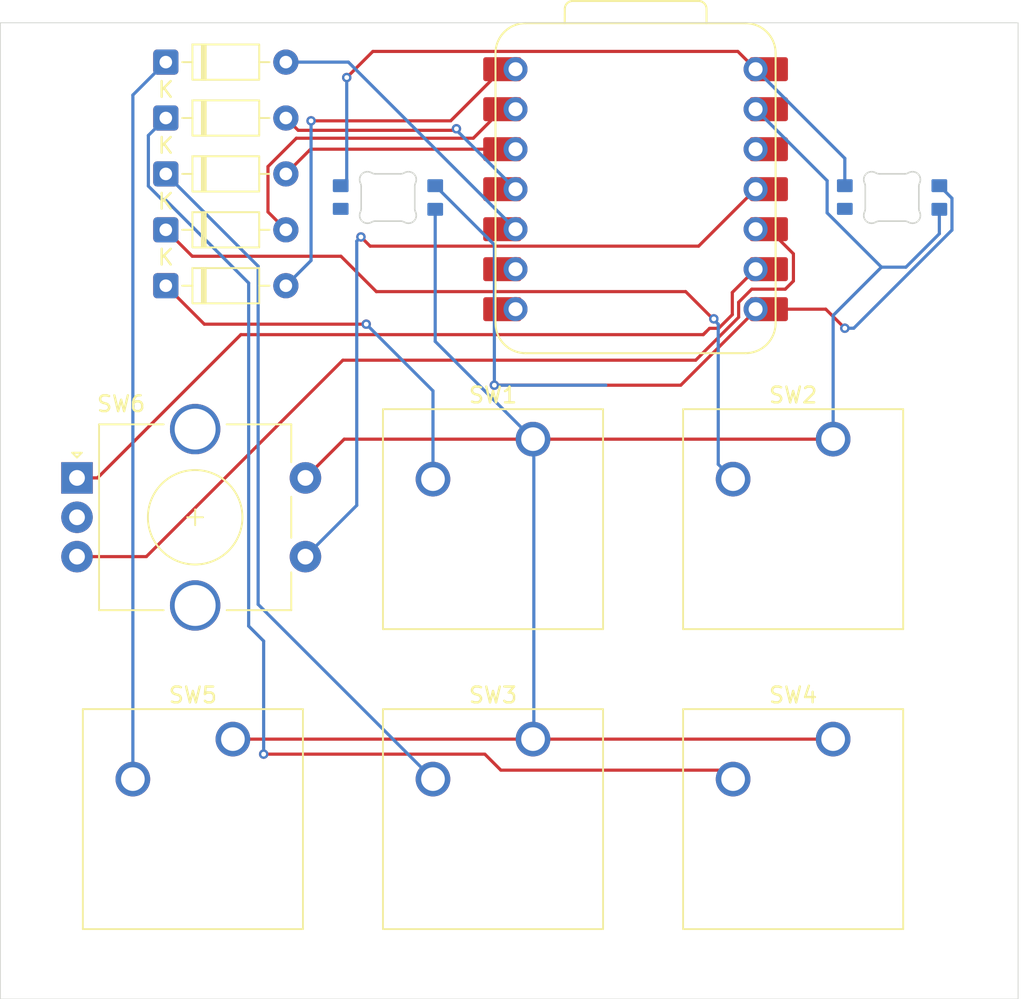
<source format=kicad_pcb>
(kicad_pcb (version 20241229) (generator "pcbnew") (generator_version "9.0")
  (layers (0 "F.Cu" signal) (2 "B.Cu" signal) (13 "F.Paste" user) (15 "B.Paste" user) (5 "F.SilkS" user "F.Silkscreen") (7 "B.SilkS" user "B.Silkscreen") (1 "F.Mask" user) (3 "B.Mask" user) (25 "Edge.Cuts" user))
  (net 0 "")
  (net 1 "unconnected-(U1-GPIO0{slash}TX-Pad7)")
  (net 2 "Net-(D3-K)")
  (net 3 "Net-(D3-A)")
  (net 4 "unconnected-(U1-3V3-Pad12)")
  (net 5 "Net-(D4-K)")
  (net 6 "unconnected-(U1-GPIO7{slash}SCL-Pad6)")
  (net 7 "Net-(D4-A)")
  (net 8 "GND")
  (net 9 "+5V")
  (net 10 "Net-(D1-DIN)")
  (net 11 "Net-(D5-K)")
  (net 12 "Net-(D5-A)")
  (net 13 "Net-(D6-K)")
  (net 14 "Net-(D6-A)")
  (net 15 "Net-(D7-A)")
  (net 16 "Net-(D7-K)")
  (net 17 "Net-(U1-GPIO4{slash}MISO)")
  (net 18 "Net-(U1-GPIO3{slash}MOSI)")
  (net 20 "Net-(U1-GPIO2{slash}SCK)")
  (net 21 "Net-(D1-DOUT)")
  (footprint "Diode_THT:D_DO-35_SOD27_P7.62mm_Horizontal" (layer "F.Cu") (at 72.1 63.8)
    (property "Reference" "D5" (hide yes))
    (property "Value" "1N4148")
    (fp_line (start 1.04 0) (end 1.69 0) (stroke (width 0.12)) (layer "F.SilkS"))
    (fp_line (start 2.29 -1.12) (end 2.29 1.12) (stroke (width 0.12)) (layer "F.SilkS"))
    (fp_line (start 2.41 -1.12) (end 2.41 1.12) (stroke (width 0.12)) (layer "F.SilkS"))
    (fp_line (start 2.53 -1.12) (end 2.53 1.12) (stroke (width 0.12)) (layer "F.SilkS"))
    (fp_line (start 6.58 0) (end 5.93 0) (stroke (width 0.12)) (layer "F.SilkS"))
    (fp_rect (start 1.69 -1.12) (end 5.93 1.12) (stroke (width 0.12)) (fill no) (layer "F.SilkS"))
    (fp_text user "K" (at 0 -1.8 0) (layer "F.SilkS"))
    (pad "1" thru_hole roundrect (at 0 0) (size 1.6 1.6) (drill 0.8) (layers "*.Cu" "*.Mask") (roundrect_rratio 0.15625) (net 11 "Net-(D5-K)"))
    (pad "2" thru_hole circle (at 7.62 0) (size 1.6 1.6) (drill 0.8) (layers "*.Cu" "*.Mask") (net 12 "Net-(D5-A)"))
  )
  (footprint "MountingHole:MountingHole_2.7mm_M2.5" (layer "F.Cu") (at 123.4 57.4)
    (property "Reference" "H2" (hide yes))
    (property "Value" "MountingHole_2.7mm_M2.5" (hide yes))
    (pad "" np_thru_hole circle (at 0 0) (size 2.7 2.7) (drill 2.7) (layers "*.Cu" "*.Mask"))
  )
  (footprint "Rotary_Encoder:RotaryEncoder_Alps_EC11E-Switch_Vertical_H20mm_CircularMountingHoles" (layer "F.Cu") (at 66.4625 83.1062)
    (property "Reference" "SW6" (at 2.8 -4.7 0) (layer "F.SilkS"))
    (property "Value" "EC11")
    (fp_line (start -0.3 -1.6) (end 0.3 -1.6) (stroke (width 0.12)) (layer "F.SilkS"))
    (fp_line (start 0 -1.3) (end -0.3 -1.6) (stroke (width 0.12)) (layer "F.SilkS"))
    (fp_line (start 0.3 -1.6) (end 0 -1.3) (stroke (width 0.12)) (layer "F.SilkS"))
    (fp_line (start 1.4 -3.4) (end 1.4 8.4) (stroke (width 0.12)) (layer "F.SilkS"))
    (fp_line (start 5.5 -3.4) (end 1.4 -3.4) (stroke (width 0.12)) (layer "F.SilkS"))
    (fp_line (start 5.5 8.4) (end 1.4 8.4) (stroke (width 0.12)) (layer "F.SilkS"))
    (fp_line (start 7 2.5) (end 8 2.5) (stroke (width 0.12)) (layer "F.SilkS"))
    (fp_line (start 7.5 2) (end 7.5 3) (stroke (width 0.12)) (layer "F.SilkS"))
    (fp_line (start 9.5 -3.4) (end 13.6 -3.4) (stroke (width 0.12)) (layer "F.SilkS"))
    (fp_line (start 13.6 -3.4) (end 13.6 -1) (stroke (width 0.12)) (layer "F.SilkS"))
    (fp_line (start 13.6 1.2) (end 13.6 3.8) (stroke (width 0.12)) (layer "F.SilkS"))
    (fp_line (start 13.6 6) (end 13.6 8.4) (stroke (width 0.12)) (layer "F.SilkS"))
    (fp_line (start 13.6 8.4) (end 9.5 8.4) (stroke (width 0.12)) (layer "F.SilkS"))
    (fp_circle (center 7.5 2.5) (end 10.5 2.5) (stroke (width 0.12)) (fill no) (layer "F.SilkS"))
    (pad "A" thru_hole rect (at 0 0) (size 2 2) (drill 1) (layers "*.Cu" "*.Mask") (net 20 "Net-(U1-GPIO2{slash}SCK)"))
    (pad "B" thru_hole circle (at 0 5) (size 2 2) (drill 1) (layers "*.Cu" "*.Mask") (net 17 "Net-(U1-GPIO4{slash}MISO)"))
    (pad "C" thru_hole circle (at 0 2.5) (size 2 2) (drill 1) (layers "*.Cu" "*.Mask"))
    (pad "MP" thru_hole circle (at 7.5 -3.1) (size 3.2 3.2) (drill 2.6) (layers "*.Cu" "*.Mask"))
    (pad "MP" thru_hole circle (at 7.5 8.1) (size 3.2 3.2) (drill 2.6) (layers "*.Cu" "*.Mask"))
    (pad "S1" thru_hole circle (at 14.5 5) (size 2 2) (drill 1) (layers "*.Cu" "*.Mask") (net 18 "Net-(U1-GPIO3{slash}MOSI)"))
    (pad "S2" thru_hole circle (at 14.5 0) (size 2 2) (drill 1) (layers "*.Cu" "*.Mask") (net 8 "GND"))
  )
  (footprint "Button_Switch_Keyboard:SW_Cherry_MX_1.00u_PCB" (layer "F.Cu") (at 114.4588 99.695)
    (property "Reference" "SW4" (at -2.54 -2.794 0) (layer "F.SilkS"))
    (property "Value" "SW_Push")
    (fp_line (start -9.525 -1.905) (end 4.445 -1.905) (stroke (width 0.12)) (layer "F.SilkS"))
    (fp_line (start -9.525 12.065) (end -9.525 -1.905) (stroke (width 0.12)) (layer "F.SilkS"))
    (fp_line (start 4.445 -1.905) (end 4.445 12.065) (stroke (width 0.12)) (layer "F.SilkS"))
    (fp_line (start 4.445 12.065) (end -9.525 12.065) (stroke (width 0.12)) (layer "F.SilkS"))
    (pad "" np_thru_hole circle (at -7.62 5.08) (size 1.7 1.7) (drill 1.7) (layers "*.Cu" "*.Mask"))
    (pad "" np_thru_hole circle (at -2.54 5.08) (size 4 4) (drill 4) (layers "*.Cu" "*.Mask"))
    (pad "" np_thru_hole circle (at 2.54 5.08) (size 1.7 1.7) (drill 1.7) (layers "*.Cu" "*.Mask"))
    (pad "1" thru_hole circle (at 0 0) (size 2.2 2.2) (drill 1.5) (layers "*.Cu" "*.Mask") (net 8 "GND"))
    (pad "2" thru_hole circle (at -6.35 2.54) (size 2.2 2.2) (drill 1.5) (layers "*.Cu" "*.Mask") (net 5 "Net-(D4-K)"))
  )
  (footprint "LED_SMD:SK6812MINI-E_fixed" (layer "F.Cu") (at 118.2 65.4)
    (property "Reference" "D2" (hide yes))
    (property "Value" "SK6812MINI-E" (hide yes))
    (fp_line (start -1.699998 0.6) (end -1.699998 -0.805684) (stroke (width 0.1)) (layer "Edge.Cuts"))
    (fp_line (start -0.794451 -1.602841) (end 0.794454 -1.602841) (stroke (width 0.1)) (layer "Edge.Cuts"))
    (fp_line (start 0.794453 1.397158) (end -0.794451 1.397158) (stroke (width 0.1)) (layer "Edge.Cuts"))
    (fp_line (start 1.7 -0.805684) (end 1.7 0.6) (stroke (width 0.1)) (layer "Edge.Cuts"))
    (fp_arc (start -1.749483 -1.022562) (mid -1.712526 -0.91691) (end -1.699998 -0.805684) (stroke (width 0.1)) (layer "Edge.Cuts"))
    (fp_arc (start -1.749483 -1.022562) (mid -1.63807 -1.606877) (end -1.04671 -1.671141) (stroke (width 0.1)) (layer "Edge.Cuts"))
    (fp_arc (start -1.699998 0.600001) (mid -1.712526 0.711226) (end -1.749483 0.816878) (stroke (width 0.1)) (layer "Edge.Cuts"))
    (fp_arc (start -1.04671 1.465455) (mid -1.638069 1.401192) (end -1.749483 0.816878) (stroke (width 0.1)) (layer "Edge.Cuts"))
    (fp_arc (start -1.046709 1.465457) (mid -0.925121 1.414535) (end -0.794451 1.397158) (stroke (width 0.1)) (layer "Edge.Cuts"))
    (fp_arc (start -0.794452 -1.602842) (mid -0.925122 -1.620219) (end -1.04671 -1.671141) (stroke (width 0.1)) (layer "Edge.Cuts"))
    (fp_arc (start 0.794453 1.397158) (mid 0.925124 1.414535) (end 1.046712 1.465457) (stroke (width 0.1)) (layer "Edge.Cuts"))
    (fp_arc (start 1.046712 -1.67114) (mid 0.925124 -1.620218) (end 0.794454 -1.602841) (stroke (width 0.1)) (layer "Edge.Cuts"))
    (fp_arc (start 1.046712 -1.67114) (mid 1.638072 -1.606876) (end 1.749485 -1.022562) (stroke (width 0.1)) (layer "Edge.Cuts"))
    (fp_arc (start 1.7 -0.805685) (mid 1.712528 -0.91691) (end 1.749485 -1.022562) (stroke (width 0.1)) (layer "Edge.Cuts"))
    (fp_arc (start 1.749485 0.816877) (mid 1.638073 1.401193) (end 1.046712 1.465457) (stroke (width 0.1)) (layer "Edge.Cuts"))
    (fp_arc (start 1.749485 0.816878) (mid 1.712528 0.711226) (end 1.7 0.6) (stroke (width 0.1)) (layer "Edge.Cuts"))
    (pad "1" smd roundrect (at -3 -0.852842 270) (size 0.82 1) (layers "B.Cu" "B.Mask" "B.Paste") (roundrect_rratio 0.1) (net 9 "+5V"))
    (pad "2" smd roundrect (at -3 0.618579 270) (size 0.762842 1) (layers "B.Cu" "B.Mask" "B.Paste") (roundrect_rratio 0.1) (net 21 "Net-(D1-DOUT)"))
    (pad "3" smd roundrect (at 3 0.647158 270) (size 0.82 1) (layers "B.Cu" "B.Mask" "B.Paste") (roundrect_rratio 0.1) (net 8 "GND"))
    (pad "4" smd roundrect (at 3 -0.852842 270) (size 0.82 1) (layers "B.Cu" "B.Mask" "B.Paste") (roundrect_rratio 0.1) (net 10 "Net-(D1-DIN)"))
  )
  (footprint "Button_Switch_Keyboard:SW_Cherry_MX_1.00u_PCB" (layer "F.Cu") (at 76.3588 99.695)
    (property "Reference" "SW5" (at -2.54 -2.794 0) (layer "F.SilkS"))
    (property "Value" "SW_Push")
    (fp_line (start -9.525 -1.905) (end 4.445 -1.905) (stroke (width 0.12)) (layer "F.SilkS"))
    (fp_line (start -9.525 12.065) (end -9.525 -1.905) (stroke (width 0.12)) (layer "F.SilkS"))
    (fp_line (start 4.445 -1.905) (end 4.445 12.065) (stroke (width 0.12)) (layer "F.SilkS"))
    (fp_line (start 4.445 12.065) (end -9.525 12.065) (stroke (width 0.12)) (layer "F.SilkS"))
    (pad "" np_thru_hole circle (at -7.62 5.08) (size 1.7 1.7) (drill 1.7) (layers "*.Cu" "*.Mask"))
    (pad "" np_thru_hole circle (at -2.54 5.08) (size 4 4) (drill 4) (layers "*.Cu" "*.Mask"))
    (pad "" np_thru_hole circle (at 2.54 5.08) (size 1.7 1.7) (drill 1.7) (layers "*.Cu" "*.Mask"))
    (pad "1" thru_hole circle (at 0 0) (size 2.2 2.2) (drill 1.5) (layers "*.Cu" "*.Mask") (net 8 "GND"))
    (pad "2" thru_hole circle (at -6.35 2.54) (size 2.2 2.2) (drill 1.5) (layers "*.Cu" "*.Mask") (net 2 "Net-(D3-K)"))
  )
  (footprint "LED_SMD:SK6812MINI-E_fixed" (layer "F.Cu") (at 86.2 65.4)
    (property "Reference" "D1" (hide yes))
    (property "Value" "SK6812MINI-E" (hide yes))
    (fp_line (start -1.699998 0.6) (end -1.699998 -0.805684) (stroke (width 0.1)) (layer "Edge.Cuts"))
    (fp_line (start -0.794451 -1.602841) (end 0.794454 -1.602841) (stroke (width 0.1)) (layer "Edge.Cuts"))
    (fp_line (start 0.794453 1.397158) (end -0.794451 1.397158) (stroke (width 0.1)) (layer "Edge.Cuts"))
    (fp_line (start 1.7 -0.805684) (end 1.7 0.6) (stroke (width 0.1)) (layer "Edge.Cuts"))
    (fp_arc (start -1.749483 -1.022562) (mid -1.712526 -0.91691) (end -1.699998 -0.805684) (stroke (width 0.1)) (layer "Edge.Cuts"))
    (fp_arc (start -1.749483 -1.022562) (mid -1.63807 -1.606877) (end -1.04671 -1.671141) (stroke (width 0.1)) (layer "Edge.Cuts"))
    (fp_arc (start -1.699998 0.600001) (mid -1.712526 0.711226) (end -1.749483 0.816878) (stroke (width 0.1)) (layer "Edge.Cuts"))
    (fp_arc (start -1.04671 1.465455) (mid -1.638069 1.401192) (end -1.749483 0.816878) (stroke (width 0.1)) (layer "Edge.Cuts"))
    (fp_arc (start -1.046709 1.465457) (mid -0.925121 1.414535) (end -0.794451 1.397158) (stroke (width 0.1)) (layer "Edge.Cuts"))
    (fp_arc (start -0.794452 -1.602842) (mid -0.925122 -1.620219) (end -1.04671 -1.671141) (stroke (width 0.1)) (layer "Edge.Cuts"))
    (fp_arc (start 0.794453 1.397158) (mid 0.925124 1.414535) (end 1.046712 1.465457) (stroke (width 0.1)) (layer "Edge.Cuts"))
    (fp_arc (start 1.046712 -1.67114) (mid 0.925124 -1.620218) (end 0.794454 -1.602841) (stroke (width 0.1)) (layer "Edge.Cuts"))
    (fp_arc (start 1.046712 -1.67114) (mid 1.638072 -1.606876) (end 1.749485 -1.022562) (stroke (width 0.1)) (layer "Edge.Cuts"))
    (fp_arc (start 1.7 -0.805685) (mid 1.712528 -0.91691) (end 1.749485 -1.022562) (stroke (width 0.1)) (layer "Edge.Cuts"))
    (fp_arc (start 1.749485 0.816877) (mid 1.638073 1.401193) (end 1.046712 1.465457) (stroke (width 0.1)) (layer "Edge.Cuts"))
    (fp_arc (start 1.749485 0.816878) (mid 1.712528 0.711226) (end 1.7 0.6) (stroke (width 0.1)) (layer "Edge.Cuts"))
    (pad "1" smd roundrect (at -3 -0.852842 270) (size 0.82 1) (layers "B.Cu" "B.Mask" "B.Paste") (roundrect_rratio 0.1) (net 9 "+5V"))
    (pad "2" smd roundrect (at -3 0.618579 270) (size 0.762842 1) (layers "B.Cu" "B.Mask" "B.Paste") (roundrect_rratio 0.1))
    (pad "3" smd roundrect (at 3 0.647158 270) (size 0.82 1) (layers "B.Cu" "B.Mask" "B.Paste") (roundrect_rratio 0.1) (net 8 "GND"))
    (pad "4" smd roundrect (at 3 -0.852842 270) (size 0.82 1) (layers "B.Cu" "B.Mask" "B.Paste") (roundrect_rratio 0.1) (net 10 "Net-(D1-DIN)"))
  )
  (footprint "Test:XIAO-RP2040-DIP" (layer "F.Cu") (at 101.9175 64.77)
    (property "Reference" "U1" (hide yes))
    (property "Value" "XIAO-RP2040-DIP" (hide yes))
    (fp_line (start -8.89 8.509) (end -8.89 -8.636) (stroke (width 0.127)) (layer "F.SilkS"))
    (fp_line (start -6.985 10.414) (end 6.985 10.414) (stroke (width 0.127)) (layer "F.SilkS"))
    (fp_line (start -4.495 -10.541) (end -4.491272 -11.451272) (stroke (width 0.127)) (layer "F.SilkS"))
    (fp_line (start -3.991272 -11.951) (end 4.004 -11.951) (stroke (width 0.127)) (layer "F.SilkS"))
    (fp_line (start 4.504 -11.451) (end 4.504 -10.541) (stroke (width 0.127)) (layer "F.SilkS"))
    (fp_line (start 6.985 -10.541) (end -6.985 -10.541) (stroke (width 0.1)) (layer "F.SilkS"))
    (fp_line (start 6.985 -10.541) (end -6.985 -10.541) (stroke (width 0.127)) (layer "F.SilkS"))
    (fp_line (start 8.89 8.509) (end 8.89 -8.636) (stroke (width 0.127)) (layer "F.SilkS"))
    (fp_arc (start -8.89 -8.636) (mid -8.332038 -9.983038) (end -6.985 -10.541) (stroke (width 0.127)) (layer "F.SilkS"))
    (fp_arc (start -6.985 10.414) (mid -8.332038 9.856038) (end -8.89 8.509) (stroke (width 0.127)) (layer "F.SilkS"))
    (fp_arc (start -4.491272 -11.451272) (mid -4.344728 -11.80464) (end -3.991272 -11.951) (stroke (width 0.127)) (layer "F.SilkS"))
    (fp_arc (start 4.004 -11.951) (mid 4.357553 -11.804553) (end 4.504 -11.451) (stroke (width 0.127)) (layer "F.SilkS"))
    (fp_arc (start 6.985 -10.541) (mid 8.332038 -9.983038) (end 8.89 -8.636) (stroke (width 0.127)) (layer "F.SilkS"))
    (fp_arc (start 8.89 8.509) (mid 8.332038 9.856038) (end 6.985 10.414) (stroke (width 0.127)) (layer "F.SilkS"))
    (pad "1" smd roundrect (at -8.455 -7.62 180) (size 2.432 1.524) (layers "F.Cu" "F.Mask") (roundrect_rratio 0.1) (net 15 "Net-(D7-A)"))
    (pad "1" thru_hole circle (at -7.62 -7.62 180) (size 1.524 1.524) (drill 0.889) (layers "*.Cu" "*.Mask") (net 15 "Net-(D7-A)"))
    (pad "2" smd roundrect (at -8.455 -5.08 180) (size 2.432 1.524) (layers "F.Cu" "F.Mask") (roundrect_rratio 0.1) (net 14 "Net-(D6-A)"))
    (pad "2" thru_hole circle (at -7.62 -5.08 180) (size 1.524 1.524) (drill 0.889) (layers "*.Cu" "*.Mask") (net 14 "Net-(D6-A)"))
    (pad "3" smd roundrect (at -8.455 -2.54 180) (size 2.432 1.524) (layers "F.Cu" "F.Mask") (roundrect_rratio 0.1) (net 12 "Net-(D5-A)"))
    (pad "3" thru_hole circle (at -7.62 -2.54 180) (size 1.524 1.524) (drill 0.889) (layers "*.Cu" "*.Mask") (net 12 "Net-(D5-A)"))
    (pad "4" smd roundrect (at -8.455 0 180) (size 2.432 1.524) (layers "F.Cu" "F.Mask") (roundrect_rratio 0.1) (net 7 "Net-(D4-A)"))
    (pad "4" thru_hole circle (at -7.62 0 180) (size 1.524 1.524) (drill 0.889) (layers "*.Cu" "*.Mask") (net 7 "Net-(D4-A)"))
    (pad "5" smd roundrect (at -8.455 2.54 180) (size 2.432 1.524) (layers "F.Cu" "F.Mask") (roundrect_rratio 0.1) (net 3 "Net-(D3-A)"))
    (pad "5" thru_hole circle (at -7.62 2.54 180) (size 1.524 1.524) (drill 0.889) (layers "*.Cu" "*.Mask") (net 3 "Net-(D3-A)"))
    (pad "6" smd roundrect (at -8.455 5.08 180) (size 2.432 1.524) (layers "F.Cu" "F.Mask") (roundrect_rratio 0.1) (net 6 "unconnected-(U1-GPIO7{slash}SCL-Pad6)"))
    (pad "6" thru_hole circle (at -7.62 5.08 180) (size 1.524 1.524) (drill 0.889) (layers "*.Cu" "*.Mask") (net 6 "unconnected-(U1-GPIO7{slash}SCL-Pad6)"))
    (pad "7" smd roundrect (at -8.455 7.62 180) (size 2.432 1.524) (layers "F.Cu" "F.Mask") (roundrect_rratio 0.1) (net 1 "unconnected-(U1-GPIO0{slash}TX-Pad7)"))
    (pad "7" thru_hole circle (at -7.62 7.62 180) (size 1.524 1.524) (drill 0.889) (layers "*.Cu" "*.Mask") (net 1 "unconnected-(U1-GPIO0{slash}TX-Pad7)"))
    (pad "8" thru_hole circle (at 7.62 7.62) (size 1.524 1.524) (drill 0.889) (layers "*.Cu" "*.Mask") (net 10 "Net-(D1-DIN)"))
    (pad "8" smd roundrect (at 8.455 7.62) (size 2.432 1.524) (layers "F.Cu" "F.Mask") (roundrect_rratio 0.1) (net 10 "Net-(D1-DIN)"))
    (pad "9" thru_hole circle (at 7.62 5.08) (size 1.524 1.524) (drill 0.889) (layers "*.Cu" "*.Mask") (net 20 "Net-(U1-GPIO2{slash}SCK)"))
    (pad "9" smd roundrect (at 8.455 5.08) (size 2.432 1.524) (layers "F.Cu" "F.Mask") (roundrect_rratio 0.1) (net 20 "Net-(U1-GPIO2{slash}SCK)"))
    (pad "10" thru_hole circle (at 7.62 2.54) (size 1.524 1.524) (drill 0.889) (layers "*.Cu" "*.Mask") (net 17 "Net-(U1-GPIO4{slash}MISO)"))
    (pad "10" smd roundrect (at 8.455 2.54) (size 2.432 1.524) (layers "F.Cu" "F.Mask") (roundrect_rratio 0.1) (net 17 "Net-(U1-GPIO4{slash}MISO)"))
    (pad "11" thru_hole circle (at 7.62 0) (size 1.524 1.524) (drill 0.889) (layers "*.Cu" "*.Mask") (net 18 "Net-(U1-GPIO3{slash}MOSI)"))
    (pad "11" smd roundrect (at 8.455 0) (size 2.432 1.524) (layers "F.Cu" "F.Mask") (roundrect_rratio 0.1) (net 18 "Net-(U1-GPIO3{slash}MOSI)"))
    (pad "12" thru_hole circle (at 7.62 -2.54) (size 1.524 1.524) (drill 0.889) (layers "*.Cu" "*.Mask") (net 4 "unconnected-(U1-3V3-Pad12)"))
    (pad "12" smd roundrect (at 8.455 -2.54) (size 2.432 1.524) (layers "F.Cu" "F.Mask") (roundrect_rratio 0.1) (net 4 "unconnected-(U1-3V3-Pad12)"))
    (pad "13" thru_hole circle (at 7.62 -5.08) (size 1.524 1.524) (drill 0.889) (layers "*.Cu" "*.Mask") (net 8 "GND"))
    (pad "13" smd roundrect (at 8.455 -5.08) (size 2.432 1.524) (layers "F.Cu" "F.Mask") (roundrect_rratio 0.1) (net 8 "GND"))
    (pad "14" thru_hole circle (at 7.62 -7.62) (size 1.524 1.524) (drill 0.889) (layers "*.Cu" "*.Mask") (net 9 "+5V"))
    (pad "14" smd roundrect (at 8.455 -7.62) (size 2.432 1.524) (layers "F.Cu" "F.Mask") (roundrect_rratio 0.1) (net 9 "+5V"))
  )
  (footprint "Button_Switch_Keyboard:SW_Cherry_MX_1.00u_PCB" (layer "F.Cu") (at 95.4088 80.645)
    (property "Reference" "SW1" (at -2.54 -2.794 0) (layer "F.SilkS"))
    (property "Value" "SW_Push")
    (fp_line (start -9.525 -1.905) (end 4.445 -1.905) (stroke (width 0.12)) (layer "F.SilkS"))
    (fp_line (start -9.525 12.065) (end -9.525 -1.905) (stroke (width 0.12)) (layer "F.SilkS"))
    (fp_line (start 4.445 -1.905) (end 4.445 12.065) (stroke (width 0.12)) (layer "F.SilkS"))
    (fp_line (start 4.445 12.065) (end -9.525 12.065) (stroke (width 0.12)) (layer "F.SilkS"))
    (pad "" np_thru_hole circle (at -7.62 5.08) (size 1.7 1.7) (drill 1.7) (layers "*.Cu" "*.Mask"))
    (pad "" np_thru_hole circle (at -2.54 5.08) (size 4 4) (drill 4) (layers "*.Cu" "*.Mask"))
    (pad "" np_thru_hole circle (at 2.54 5.08) (size 1.7 1.7) (drill 1.7) (layers "*.Cu" "*.Mask"))
    (pad "1" thru_hole circle (at 0 0) (size 2.2 2.2) (drill 1.5) (layers "*.Cu" "*.Mask") (net 8 "GND"))
    (pad "2" thru_hole circle (at -6.35 2.54) (size 2.2 2.2) (drill 1.5) (layers "*.Cu" "*.Mask") (net 16 "Net-(D7-K)"))
  )
  (footprint "Diode_THT:D_DO-35_SOD27_P7.62mm_Horizontal" (layer "F.Cu") (at 72.1 67.35)
    (property "Reference" "D6" (hide yes))
    (property "Value" "1N4148")
    (fp_line (start 1.04 0) (end 1.69 0) (stroke (width 0.12)) (layer "F.SilkS"))
    (fp_line (start 2.29 -1.12) (end 2.29 1.12) (stroke (width 0.12)) (layer "F.SilkS"))
    (fp_line (start 2.41 -1.12) (end 2.41 1.12) (stroke (width 0.12)) (layer "F.SilkS"))
    (fp_line (start 2.53 -1.12) (end 2.53 1.12) (stroke (width 0.12)) (layer "F.SilkS"))
    (fp_line (start 6.58 0) (end 5.93 0) (stroke (width 0.12)) (layer "F.SilkS"))
    (fp_rect (start 1.69 -1.12) (end 5.93 1.12) (stroke (width 0.12)) (fill no) (layer "F.SilkS"))
    (fp_text user "K" (at 0 -1.8 0) (layer "F.SilkS"))
    (pad "1" thru_hole roundrect (at 0 0) (size 1.6 1.6) (drill 0.8) (layers "*.Cu" "*.Mask") (roundrect_rratio 0.15625) (net 13 "Net-(D6-K)"))
    (pad "2" thru_hole circle (at 7.62 0) (size 1.6 1.6) (drill 0.8) (layers "*.Cu" "*.Mask") (net 14 "Net-(D6-A)"))
  )
  (footprint "Diode_THT:D_DO-35_SOD27_P7.62mm_Horizontal" (layer "F.Cu") (at 72.1 60.25)
    (property "Reference" "D4" (hide yes))
    (property "Value" "1N4148")
    (fp_line (start 1.04 0) (end 1.69 0) (stroke (width 0.12)) (layer "F.SilkS"))
    (fp_line (start 2.29 -1.12) (end 2.29 1.12) (stroke (width 0.12)) (layer "F.SilkS"))
    (fp_line (start 2.41 -1.12) (end 2.41 1.12) (stroke (width 0.12)) (layer "F.SilkS"))
    (fp_line (start 2.53 -1.12) (end 2.53 1.12) (stroke (width 0.12)) (layer "F.SilkS"))
    (fp_line (start 6.58 0) (end 5.93 0) (stroke (width 0.12)) (layer "F.SilkS"))
    (fp_rect (start 1.69 -1.12) (end 5.93 1.12) (stroke (width 0.12)) (fill no) (layer "F.SilkS"))
    (fp_text user "K" (at 0 -1.8 0) (layer "F.SilkS"))
    (pad "1" thru_hole roundrect (at 0 0) (size 1.6 1.6) (drill 0.8) (layers "*.Cu" "*.Mask") (roundrect_rratio 0.15625) (net 5 "Net-(D4-K)"))
    (pad "2" thru_hole circle (at 7.62 0) (size 1.6 1.6) (drill 0.8) (layers "*.Cu" "*.Mask") (net 7 "Net-(D4-A)"))
  )
  (footprint "Button_Switch_Keyboard:SW_Cherry_MX_1.00u_PCB" (layer "F.Cu") (at 95.4088 99.695)
    (property "Reference" "SW3" (at -2.54 -2.794 0) (layer "F.SilkS"))
    (property "Value" "SW_Push")
    (fp_line (start -9.525 -1.905) (end 4.445 -1.905) (stroke (width 0.12)) (layer "F.SilkS"))
    (fp_line (start -9.525 12.065) (end -9.525 -1.905) (stroke (width 0.12)) (layer "F.SilkS"))
    (fp_line (start 4.445 -1.905) (end 4.445 12.065) (stroke (width 0.12)) (layer "F.SilkS"))
    (fp_line (start 4.445 12.065) (end -9.525 12.065) (stroke (width 0.12)) (layer "F.SilkS"))
    (pad "" np_thru_hole circle (at -7.62 5.08) (size 1.7 1.7) (drill 1.7) (layers "*.Cu" "*.Mask"))
    (pad "" np_thru_hole circle (at -2.54 5.08) (size 4 4) (drill 4) (layers "*.Cu" "*.Mask"))
    (pad "" np_thru_hole circle (at 2.54 5.08) (size 1.7 1.7) (drill 1.7) (layers "*.Cu" "*.Mask"))
    (pad "1" thru_hole circle (at 0 0) (size 2.2 2.2) (drill 1.5) (layers "*.Cu" "*.Mask") (net 8 "GND"))
    (pad "2" thru_hole circle (at -6.35 2.54) (size 2.2 2.2) (drill 1.5) (layers "*.Cu" "*.Mask") (net 11 "Net-(D5-K)"))
  )
  (footprint "Diode_THT:D_DO-35_SOD27_P7.62mm_Horizontal" (layer "F.Cu") (at 72.1 70.9)
    (property "Reference" "D7" (hide yes))
    (property "Value" "1N4148")
    (fp_line (start 1.04 0) (end 1.69 0) (stroke (width 0.12)) (layer "F.SilkS"))
    (fp_line (start 2.29 -1.12) (end 2.29 1.12) (stroke (width 0.12)) (layer "F.SilkS"))
    (fp_line (start 2.41 -1.12) (end 2.41 1.12) (stroke (width 0.12)) (layer "F.SilkS"))
    (fp_line (start 2.53 -1.12) (end 2.53 1.12) (stroke (width 0.12)) (layer "F.SilkS"))
    (fp_line (start 6.58 0) (end 5.93 0) (stroke (width 0.12)) (layer "F.SilkS"))
    (fp_rect (start 1.69 -1.12) (end 5.93 1.12) (stroke (width 0.12)) (fill no) (layer "F.SilkS"))
    (fp_text user "K" (at 0 -1.8 0) (layer "F.SilkS"))
    (pad "1" thru_hole roundrect (at 0 0) (size 1.6 1.6) (drill 0.8) (layers "*.Cu" "*.Mask") (roundrect_rratio 0.15625) (net 16 "Net-(D7-K)"))
    (pad "2" thru_hole circle (at 7.62 0) (size 1.6 1.6) (drill 0.8) (layers "*.Cu" "*.Mask") (net 15 "Net-(D7-A)"))
  )
  (footprint "Button_Switch_Keyboard:SW_Cherry_MX_1.00u_PCB" (layer "F.Cu") (at 114.4588 80.645)
    (property "Reference" "SW2" (at -2.54 -2.794 0) (layer "F.SilkS"))
    (property "Value" "SW_Push")
    (fp_line (start -9.525 -1.905) (end 4.445 -1.905) (stroke (width 0.12)) (layer "F.SilkS"))
    (fp_line (start -9.525 12.065) (end -9.525 -1.905) (stroke (width 0.12)) (layer "F.SilkS"))
    (fp_line (start 4.445 -1.905) (end 4.445 12.065) (stroke (width 0.12)) (layer "F.SilkS"))
    (fp_line (start 4.445 12.065) (end -9.525 12.065) (stroke (width 0.12)) (layer "F.SilkS"))
    (pad "" np_thru_hole circle (at -7.62 5.08) (size 1.7 1.7) (drill 1.7) (layers "*.Cu" "*.Mask"))
    (pad "" np_thru_hole circle (at -2.54 5.08) (size 4 4) (drill 4) (layers "*.Cu" "*.Mask"))
    (pad "" np_thru_hole circle (at 2.54 5.08) (size 1.7 1.7) (drill 1.7) (layers "*.Cu" "*.Mask"))
    (pad "1" thru_hole circle (at 0 0) (size 2.2 2.2) (drill 1.5) (layers "*.Cu" "*.Mask") (net 8 "GND"))
    (pad "2" thru_hole circle (at -6.35 2.54) (size 2.2 2.2) (drill 1.5) (layers "*.Cu" "*.Mask") (net 13 "Net-(D6-K)"))
  )
  (footprint "MountingHole:MountingHole_2.7mm_M2.5" (layer "F.Cu") (at 64.4 57.6)
    (property "Reference" "H1" (hide yes))
    (property "Value" "MountingHole_2.7mm_M2.5" (hide yes))
    (pad "" np_thru_hole circle (at 0 0) (size 2.7 2.7) (drill 2.7) (layers "*.Cu" "*.Mask"))
  )
  (footprint "MountingHole:MountingHole_2.7mm_M2.5" (layer "F.Cu") (at 123.8 113)
    (property "Reference" "H3" (hide yes))
    (property "Value" "MountingHole_2.7mm_M2.5" (hide yes))
    (pad "" np_thru_hole circle (at 0 0) (size 2.7 2.7) (drill 2.7) (layers "*.Cu" "*.Mask"))
  )
  (footprint "Diode_THT:D_DO-35_SOD27_P7.62mm_Horizontal" (layer "F.Cu") (at 72.1 56.7)
    (property "Reference" "D3" (hide yes))
    (property "Value" "1N4148")
    (fp_line (start 1.04 0) (end 1.69 0) (stroke (width 0.12)) (layer "F.SilkS"))
    (fp_line (start 2.29 -1.12) (end 2.29 1.12) (stroke (width 0.12)) (layer "F.SilkS"))
    (fp_line (start 2.41 -1.12) (end 2.41 1.12) (stroke (width 0.12)) (layer "F.SilkS"))
    (fp_line (start 2.53 -1.12) (end 2.53 1.12) (stroke (width 0.12)) (layer "F.SilkS"))
    (fp_line (start 6.58 0) (end 5.93 0) (stroke (width 0.12)) (layer "F.SilkS"))
    (fp_rect (start 1.69 -1.12) (end 5.93 1.12) (stroke (width 0.12)) (fill no) (layer "F.SilkS"))
    (pad "1" thru_hole roundrect (at 0 0) (size 1.6 1.6) (drill 0.8) (layers "*.Cu" "*.Mask") (roundrect_rratio 0.15625) (net 2 "Net-(D3-K)"))
    (pad "2" thru_hole circle (at 7.62 0) (size 1.6 1.6) (drill 0.8) (layers "*.Cu" "*.Mask") (net 3 "Net-(D3-A)"))
  )
  (gr_rect (start 61.6 54.2) (end 126.2 116.2) (stroke (width 0.05)) (fill no) (layer "Edge.Cuts"))
  (segment (start 94.2975 72.39) (end 93.4625 72.39) (width 0.2) (layer "F.Cu") (net 1))
  (segment (start 70.0088 102.235) (end 70.0088 58.7912) (width 0.2) (layer "B.Cu") (net 2))
  (segment (start 70.0088 58.7912) (end 72.1 56.7) (width 0.2) (layer "B.Cu") (net 2))
  (segment (start 94.2975 67.31) (end 93.4625 67.31) (width 0.2) (layer "F.Cu") (net 3))
  (segment (start 83.6875 56.7) (end 79.72 56.7) (width 0.2) (layer "B.Cu") (net 3))
  (segment (start 94.2975 67.31) (end 83.6875 56.7) (width 0.2) (layer "B.Cu") (net 3))
  (segment (start 110.3725 62.23) (end 109.5375 62.23) (width 0.2) (layer "F.Cu") (net 4))
  (segment (start 78.3103 100.6492) (end 92.3495 100.6492) (width 0.2) (layer "F.Cu") (net 5))
  (segment (start 92.3495 100.6492) (end 93.3653 101.665) (width 0.2) (layer "F.Cu") (net 5))
  (segment (start 93.3653 101.665) (end 107.5388 101.665) (width 0.2) (layer "F.Cu") (net 5))
  (segment (start 107.5388 101.665) (end 108.1088 102.235) (width 0.2) (layer "F.Cu") (net 5))
  (via (at 78.3103 100.6492) (size 0.6) (drill 0.3) (layers "F.Cu" "B.Cu") (net 5))
  (segment (start 70.9929 61.3571) (end 70.9929 64.5744) (width 0.2) (layer "B.Cu") (net 5))
  (segment (start 72.0649 65.4334) (end 77.3586 70.7271) (width 0.2) (layer "B.Cu") (net 5))
  (segment (start 77.3586 70.7271) (end 77.3586 92.5149) (width 0.2) (layer "B.Cu") (net 5))
  (segment (start 71.8519 65.4334) (end 72.0649 65.4334) (width 0.2) (layer "B.Cu") (net 5))
  (segment (start 78.3103 93.4666) (end 78.3103 100.6492) (width 0.2) (layer "B.Cu") (net 5))
  (segment (start 72.1 60.25) (end 70.9929 61.3571) (width 0.2) (layer "B.Cu") (net 5))
  (segment (start 70.9929 64.5744) (end 71.8519 65.4334) (width 0.2) (layer "B.Cu") (net 5))
  (segment (start 77.3586 92.5149) (end 78.3103 93.4666) (width 0.2) (layer "B.Cu") (net 5))
  (segment (start 93.4625 69.85) (end 94.2975 69.85) (width 0.2) (layer "F.Cu") (net 6))
  (segment (start 80.5018 61.0318) (end 79.72 60.25) (width 0.2) (layer "F.Cu") (net 7))
  (segment (start 90.5463 60.9325) (end 90.447 61.0318) (width 0.2) (layer "F.Cu") (net 7))
  (segment (start 94.2975 64.77) (end 93.4625 64.77) (width 0.2) (layer "F.Cu") (net 7))
  (segment (start 90.447 61.0318) (end 80.5018 61.0318) (width 0.2) (layer "F.Cu") (net 7))
  (via (at 90.5463 60.9325) (size 0.6) (drill 0.3) (layers "F.Cu" "B.Cu") (net 7))
  (segment (start 94.2975 64.77) (end 90.5463 61.0188) (width 0.2) (layer "B.Cu") (net 7))
  (segment (start 90.5463 61.0188) (end 90.5463 60.9325) (width 0.2) (layer "B.Cu") (net 7))
  (segment (start 114.4588 99.695) (end 95.4088 99.695) (width 0.2) (layer "F.Cu") (net 8))
  (segment (start 109.5375 59.69) (end 110.3725 59.69) (width 0.2) (layer "F.Cu") (net 8))
  (segment (start 76.3588 99.695) (end 95.4088 99.695) (width 0.2) (layer "F.Cu") (net 8))
  (segment (start 83.4237 80.645) (end 95.4088 80.645) (width 0.2) (layer "F.Cu") (net 8))
  (segment (start 80.9625 83.1062) (end 83.4237 80.645) (width 0.2) (layer "F.Cu") (net 8))
  (segment (start 114.4588 80.645) (end 95.4088 80.645) (width 0.2) (layer "F.Cu") (net 8))
  (segment (start 121.2 67.6) (end 119.078 69.722) (width 0.2) (layer "B.Cu") (net 8))
  (segment (start 117.5252 69.722) (end 114.0769 66.2737) (width 0.2) (layer "B.Cu") (net 8))
  (segment (start 89.2 74.4362) (end 95.4088 80.645) (width 0.2) (layer "B.Cu") (net 8))
  (segment (start 119.078 69.722) (end 117.5252 69.722) (width 0.2) (layer "B.Cu") (net 8))
  (segment (start 114.0769 64.2294) (end 109.5375 59.69) (width 0.2) (layer "B.Cu") (net 8))
  (segment (start 121.2 66.047158) (end 121.2 67.6) (width 0.2) (layer "B.Cu") (net 8))
  (segment (start 95.4088 80.645) (end 95.4596 80.6958) (width 0.2) (layer "B.Cu") (net 8))
  (segment (start 95.4596 99.6442) (end 95.4088 99.695) (width 0.2) (layer "B.Cu") (net 8))
  (segment (start 114.4588 72.7884) (end 114.4588 80.645) (width 0.2) (layer "B.Cu") (net 8))
  (segment (start 114.0769 66.2737) (end 114.0769 64.2294) (width 0.2) (layer "B.Cu") (net 8))
  (segment (start 95.4596 80.6958) (end 95.4596 99.6442) (width 0.2) (layer "B.Cu") (net 8))
  (segment (start 117.5252 69.722) (end 114.4588 72.7884) (width 0.2) (layer "B.Cu") (net 8))
  (segment (start 89.2 66.0472) (end 89.2 74.4362) (width 0.2) (layer "B.Cu") (net 8))
  (segment (start 85.2413 56.0217) (end 108.4092 56.0217) (width 0.2) (layer "F.Cu") (net 9))
  (segment (start 110.3725 57.15) (end 109.5375 57.15) (width 0.2) (layer "F.Cu") (net 9))
  (segment (start 108.4092 56.0217) (end 109.5375 57.15) (width 0.2) (layer "F.Cu") (net 9))
  (segment (start 83.5835 57.6795) (end 85.2413 56.0217) (width 0.2) (layer "F.Cu") (net 9))
  (via (at 83.5835 57.6795) (size 0.6) (drill 0.3) (layers "F.Cu" "B.Cu") (net 9))
  (segment (start 83.5835 64.1637) (end 83.5835 57.6795) (width 0.2) (layer "B.Cu") (net 9))
  (segment (start 83.2 64.5472) (end 83.5835 64.1637) (width 0.2) (layer "B.Cu") (net 9))
  (segment (start 109.5375 57.15) (end 115.2 62.8125) (width 0.2) (layer "B.Cu") (net 9))
  (segment (start 115.2 62.8125) (end 115.2 64.5472) (width 0.2) (layer "B.Cu") (net 9))
  (segment (start 109.5375 72.39) (end 109.5375 72.4674) (width 0.2) (layer "F.Cu") (net 10))
  (segment (start 109.5375 72.4674) (end 104.7873 77.2176) (width 0.2) (layer "F.Cu") (net 10))
  (segment (start 113.99 72.39) (end 110.3725 72.39) (width 0.2) (layer "F.Cu") (net 10))
  (segment (start 104.7873 77.2176) (end 92.9547 77.2176) (width 0.2) (layer "F.Cu") (net 10))
  (segment (start 115.2 73.6) (end 113.99 72.39) (width 0.2) (layer "F.Cu") (net 10))
  (segment (start 109.5375 72.39) (end 110.3725 72.39) (width 0.2) (layer "F.Cu") (net 10))
  (via (at 115.2 73.6) (size 0.6) (drill 0.3) (layers "F.Cu" "B.Cu") (net 10))
  (via (at 92.9547 77.2176) (size 0.6) (drill 0.3) (layers "F.Cu" "B.Cu") (net 10))
  (segment (start 115.7671 73.6) (end 115.2 73.6) (width 0.2) (layer "B.Cu") (net 10))
  (segment (start 121.2 64.547158) (end 122.001 65.348158) (width 0.2) (layer "B.Cu") (net 10))
  (segment (start 122.001 65.348158) (end 122.001 67.3661) (width 0.2) (layer "B.Cu") (net 10))
  (segment (start 92.9547 68.3019) (end 89.2 64.5472) (width 0.2) (layer "B.Cu") (net 10))
  (segment (start 92.9547 77.2176) (end 92.9547 68.3019) (width 0.2) (layer "B.Cu") (net 10))
  (segment (start 100.02987 77.2176) (end 92.9547 77.2176) (width 0.2) (layer "B.Cu") (net 10))
  (segment (start 122.001 67.3661) (end 115.7671 73.6) (width 0.2) (layer "B.Cu") (net 10))
  (segment (start 89.0588 102.235) (end 77.9605 91.1367) (width 0.2) (layer "B.Cu") (net 11))
  (segment (start 77.9605 69.6605) (end 72.1 63.8) (width 0.2) (layer "B.Cu") (net 11))
  (segment (start 77.9605 91.1367) (end 77.9605 69.6605) (width 0.2) (layer "B.Cu") (net 11))
  (segment (start 79.72 63.8) (end 81.29 62.23) (width 0.2) (layer "F.Cu") (net 12))
  (segment (start 81.29 62.23) (end 93.4625 62.23) (width 0.2) (layer "F.Cu") (net 12))
  (segment (start 94.2975 62.23) (end 93.4625 62.23) (width 0.2) (layer "F.Cu") (net 12))
  (segment (start 106.8847 73.0614) (end 106.8847 73.0045) (width 0.2) (layer "F.Cu") (net 13))
  (segment (start 105.0988 71.2755) (end 107.0263 73.2029) (width 0.2) (layer "F.Cu") (net 13))
  (segment (start 107.0263 73.2029) (end 106.8847 73.0614) (width 0.2) (layer "F.Cu") (net 13))
  (segment (start 83.2175 69.0291) (end 85.4639 71.2755) (width 0.2) (layer "F.Cu") (net 13))
  (segment (start 73.7791 69.0291) (end 83.2175 69.0291) (width 0.2) (layer "F.Cu") (net 13))
  (segment (start 85.4639 71.2755) (end 105.0988 71.2755) (width 0.2) (layer "F.Cu") (net 13))
  (segment (start 72.1 67.35) (end 73.7791 69.0291) (width 0.2) (layer "F.Cu") (net 13))
  (via (at 106.8847 73.0045) (size 0.6) (drill 0.3) (layers "F.Cu" "B.Cu") (net 13))
  (segment (start 107.1659 73.3426) (end 106.8847 73.0614) (width 0.2) (layer "B.Cu") (net 13))
  (segment (start 106.8847 73.0614) (end 106.8847 73.0045) (width 0.2) (layer "B.Cu") (net 13))
  (segment (start 107.1659 73.3426) (end 107.1659 82.2421) (width 0.2) (layer "B.Cu") (net 13))
  (segment (start 107.1659 82.2421) (end 108.1088 83.185) (width 0.2) (layer "B.Cu") (net 13))
  (segment (start 78.5849 63.3339) (end 80.3846 61.5342) (width 0.2) (layer "F.Cu") (net 14))
  (segment (start 80.3846 61.5342) (end 91.6183 61.5342) (width 0.2) (layer "F.Cu") (net 14))
  (segment (start 79.72 67.35) (end 78.5849 66.2149) (width 0.2) (layer "F.Cu") (net 14))
  (segment (start 94.2975 59.69) (end 93.4625 59.69) (width 0.2) (layer "F.Cu") (net 14))
  (segment (start 78.5849 66.2149) (end 78.5849 63.3339) (width 0.2) (layer "F.Cu") (net 14))
  (segment (start 91.6183 61.5342) (end 93.4625 59.69) (width 0.2) (layer "F.Cu") (net 14))
  (segment (start 93.4625 57.15) (end 90.1825 60.43) (width 0.2) (layer "F.Cu") (net 15))
  (segment (start 90.1825 60.43) (end 81.3198 60.43) (width 0.2) (layer "F.Cu") (net 15))
  (segment (start 94.2975 57.15) (end 93.4625 57.15) (width 0.2) (layer "F.Cu") (net 15))
  (via (at 81.3198 60.43) (size 0.6) (drill 0.3) (layers "F.Cu" "B.Cu") (net 15))
  (segment (start 81.3198 69.3002) (end 79.72 70.9) (width 0.2) (layer "B.Cu") (net 15))
  (segment (start 81.3198 60.43) (end 81.3198 69.3002) (width 0.2) (layer "B.Cu") (net 15))
  (segment (start 84.8214 73.3426) (end 74.5426 73.3426) (width 0.2) (layer "F.Cu") (net 16))
  (segment (start 74.5426 73.3426) (end 72.1 70.9) (width 0.2) (layer "F.Cu") (net 16))
  (via (at 84.8214 73.3426) (size 0.6) (drill 0.3) (layers "F.Cu" "B.Cu") (net 16))
  (segment (start 89.0588 83.185) (end 89.0588 77.58) (width 0.2) (layer "B.Cu") (net 16))
  (segment (start 89.0588 77.58) (end 84.8214 73.3426) (width 0.2) (layer "B.Cu") (net 16))
  (segment (start 111.9377 70.602) (end 111.4194 71.1203) (width 0.2) (layer "F.Cu") (net 17))
  (segment (start 105.7352 75.63) (end 83.3387 75.63) (width 0.2) (layer "F.Cu") (net 17))
  (segment (start 108.4604 71.9512) (end 108.4604 72.9048) (width 0.2) (layer "F.Cu") (net 17))
  (segment (start 110.3725 67.31) (end 111.9377 68.8752) (width 0.2) (layer "F.Cu") (net 17))
  (segment (start 108.4604 72.9048) (end 105.7352 75.63) (width 0.2) (layer "F.Cu") (net 17))
  (segment (start 83.3387 75.63) (end 70.8625 88.1062) (width 0.2) (layer "F.Cu") (net 17))
  (segment (start 111.4194 71.1203) (end 109.2913 71.1203) (width 0.2) (layer "F.Cu") (net 17))
  (segment (start 109.5375 67.31) (end 110.3725 67.31) (width 0.2) (layer "F.Cu") (net 17))
  (segment (start 70.8625 88.1062) (end 66.4625 88.1062) (width 0.2) (layer "F.Cu") (net 17))
  (segment (start 111.9377 68.8752) (end 111.9377 70.602) (width 0.2) (layer "F.Cu") (net 17))
  (segment (start 109.2913 71.1203) (end 108.4604 71.9512) (width 0.2) (layer "F.Cu") (net 17))
  (segment (start 105.9203 68.3872) (end 85.0688 68.3872) (width 0.2) (layer "F.Cu") (net 18))
  (segment (start 109.5375 64.77) (end 105.9203 68.3872) (width 0.2) (layer "F.Cu") (net 18))
  (segment (start 110.3725 64.77) (end 109.5375 64.77) (width 0.2) (layer "F.Cu") (net 18))
  (segment (start 85.0688 68.3872) (end 84.4853 67.8037) (width 0.2) (layer "F.Cu") (net 18))
  (via (at 84.4853 67.8037) (size 0.6) (drill 0.3) (layers "F.Cu" "B.Cu") (net 18))
  (segment (start 84.2197 68.0693) (end 84.2197 84.849) (width 0.2) (layer "B.Cu") (net 18))
  (segment (start 84.2197 84.849) (end 80.9625 88.1062) (width 0.2) (layer "B.Cu") (net 18))
  (segment (start 84.4853 67.8037) (end 84.2197 68.0693) (width 0.2) (layer "B.Cu") (net 18))
  (segment (start 76.8624 74.008) (end 67.7642 83.1062) (width 0.2) (layer "F.Cu") (net 20))
  (segment (start 106.3805 73.8417) (end 106.2142 74.008) (width 0.2) (layer "F.Cu") (net 20))
  (segment (start 108.0587 71.3288) (end 108.0587 72.7385) (width 0.2) (layer "F.Cu") (net 20))
  (segment (start 66.4625 83.1062) (end 67.7642 83.1062) (width 0.2) (layer "F.Cu") (net 20))
  (segment (start 106.2142 74.008) (end 76.8624 74.008) (width 0.2) (layer "F.Cu") (net 20))
  (segment (start 106.3805 73.8417) (end 106.2142 74.008) (width 0.2) (layer "F.Cu") (net 20))
  (segment (start 109.5375 69.85) (end 110.3725 69.85) (width 0.2) (layer "F.Cu") (net 20))
  (segment (start 109.5375 69.85) (end 108.0587 71.3288) (width 0.2) (layer "F.Cu") (net 20))
  (segment (start 108.0587 72.7385) (end 107.1909 73.6063) (width 0.2) (layer "F.Cu") (net 20))
  (segment (start 106.6159 73.6063) (end 106.3805 73.8417) (width 0.2) (layer "F.Cu") (net 20))
  (segment (start 107.1909 73.6063) (end 106.6159 73.6063) (width 0.2) (layer "F.Cu") (net 20))
)
</source>
